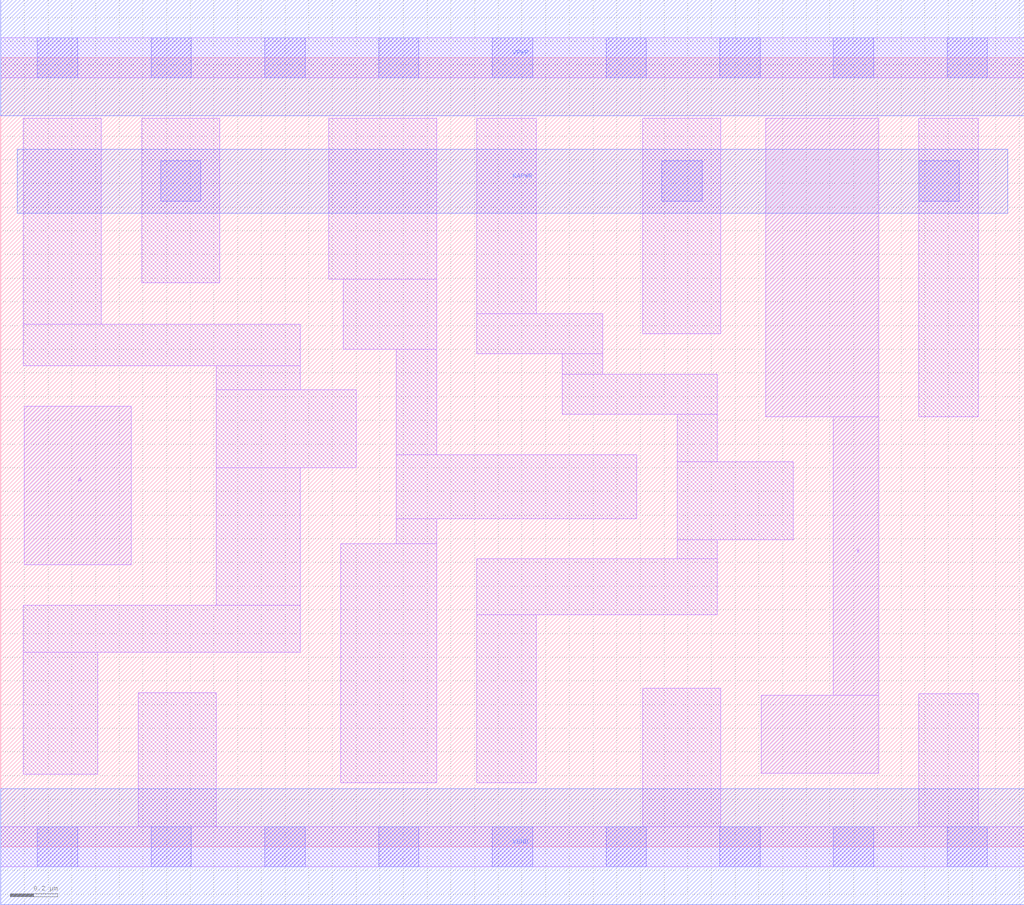
<source format=lef>
# Copyright 2020 The SkyWater PDK Authors
#
# Licensed under the Apache License, Version 2.0 (the "License");
# you may not use this file except in compliance with the License.
# You may obtain a copy of the License at
#
#     https://www.apache.org/licenses/LICENSE-2.0
#
# Unless required by applicable law or agreed to in writing, software
# distributed under the License is distributed on an "AS IS" BASIS,
# WITHOUT WARRANTIES OR CONDITIONS OF ANY KIND, either express or implied.
# See the License for the specific language governing permissions and
# limitations under the License.
#
# SPDX-License-Identifier: Apache-2.0

VERSION 5.7 ;
  NAMESCASESENSITIVE ON ;
  NOWIREEXTENSIONATPIN ON ;
  DIVIDERCHAR "/" ;
  BUSBITCHARS "[]" ;
UNITS
  DATABASE MICRONS 200 ;
END UNITS
MACRO sky130_fd_sc_lp__dlybuf4s50kapwr_2
  CLASS CORE ;
  SOURCE USER ;
  FOREIGN sky130_fd_sc_lp__dlybuf4s50kapwr_2 ;
  ORIGIN  0.000000  0.000000 ;
  SIZE  4.320000 BY  3.330000 ;
  SYMMETRY X Y ;
  SITE unit ;
  PIN A
    ANTENNAGATEAREA  0.252000 ;
    DIRECTION INPUT ;
    USE SIGNAL ;
    PORT
      LAYER li1 ;
        RECT 0.100000 1.190000 0.550000 1.860000 ;
    END
  END A
  PIN X
    ANTENNADIFFAREA  0.470400 ;
    DIRECTION OUTPUT ;
    USE SIGNAL ;
    PORT
      LAYER li1 ;
        RECT 3.210000 0.310000 3.705000 0.640000 ;
        RECT 3.230000 1.815000 3.705000 3.075000 ;
        RECT 3.515000 0.640000 3.705000 1.815000 ;
    END
  END X
  PIN KAPWR
    DIRECTION INOUT ;
    USE POWER ;
    PORT
      LAYER met1 ;
        RECT 0.070000 2.675000 4.250000 2.945000 ;
    END
  END KAPWR
  PIN VGND
    DIRECTION INOUT ;
    USE GROUND ;
    PORT
      LAYER met1 ;
        RECT 0.000000 -0.245000 4.320000 0.245000 ;
    END
  END VGND
  PIN VPWR
    DIRECTION INOUT ;
    USE POWER ;
    PORT
      LAYER met1 ;
        RECT 0.000000 3.085000 4.320000 3.575000 ;
    END
  END VPWR
  OBS
    LAYER li1 ;
      RECT 0.000000 -0.085000 4.320000 0.085000 ;
      RECT 0.000000  3.245000 4.320000 3.415000 ;
      RECT 0.095000  0.305000 0.410000 0.820000 ;
      RECT 0.095000  0.820000 1.265000 1.020000 ;
      RECT 0.095000  2.030000 1.265000 2.205000 ;
      RECT 0.095000  2.205000 0.425000 3.075000 ;
      RECT 0.580000  0.085000 0.910000 0.650000 ;
      RECT 0.595000  2.380000 0.925000 3.075000 ;
      RECT 0.910000  1.020000 1.265000 1.600000 ;
      RECT 0.910000  1.600000 1.500000 1.930000 ;
      RECT 0.910000  1.930000 1.265000 2.030000 ;
      RECT 1.385000  2.395000 1.840000 3.075000 ;
      RECT 1.435000  0.270000 1.840000 1.280000 ;
      RECT 1.445000  2.100000 1.840000 2.395000 ;
      RECT 1.670000  1.280000 1.840000 1.385000 ;
      RECT 1.670000  1.385000 2.685000 1.655000 ;
      RECT 1.670000  1.655000 1.840000 2.100000 ;
      RECT 2.010000  0.270000 2.260000 0.980000 ;
      RECT 2.010000  0.980000 3.025000 1.215000 ;
      RECT 2.010000  2.080000 2.540000 2.250000 ;
      RECT 2.010000  2.250000 2.260000 3.075000 ;
      RECT 2.370000  1.825000 3.025000 1.995000 ;
      RECT 2.370000  1.995000 2.540000 2.080000 ;
      RECT 2.710000  0.085000 3.040000 0.670000 ;
      RECT 2.710000  2.165000 3.040000 3.075000 ;
      RECT 2.855000  1.215000 3.025000 1.295000 ;
      RECT 2.855000  1.295000 3.345000 1.625000 ;
      RECT 2.855000  1.625000 3.025000 1.825000 ;
      RECT 3.875000  0.085000 4.125000 0.645000 ;
      RECT 3.875000  1.815000 4.125000 3.075000 ;
    LAYER mcon ;
      RECT 0.155000 -0.085000 0.325000 0.085000 ;
      RECT 0.155000  3.245000 0.325000 3.415000 ;
      RECT 0.635000 -0.085000 0.805000 0.085000 ;
      RECT 0.635000  3.245000 0.805000 3.415000 ;
      RECT 0.675000  2.725000 0.845000 2.895000 ;
      RECT 1.115000 -0.085000 1.285000 0.085000 ;
      RECT 1.115000  3.245000 1.285000 3.415000 ;
      RECT 1.595000 -0.085000 1.765000 0.085000 ;
      RECT 1.595000  3.245000 1.765000 3.415000 ;
      RECT 2.075000 -0.085000 2.245000 0.085000 ;
      RECT 2.075000  3.245000 2.245000 3.415000 ;
      RECT 2.555000 -0.085000 2.725000 0.085000 ;
      RECT 2.555000  3.245000 2.725000 3.415000 ;
      RECT 2.790000  2.725000 2.960000 2.895000 ;
      RECT 3.035000 -0.085000 3.205000 0.085000 ;
      RECT 3.035000  3.245000 3.205000 3.415000 ;
      RECT 3.515000 -0.085000 3.685000 0.085000 ;
      RECT 3.515000  3.245000 3.685000 3.415000 ;
      RECT 3.875000  2.725000 4.045000 2.895000 ;
      RECT 3.995000 -0.085000 4.165000 0.085000 ;
      RECT 3.995000  3.245000 4.165000 3.415000 ;
  END
END sky130_fd_sc_lp__dlybuf4s50kapwr_2
END LIBRARY

</source>
